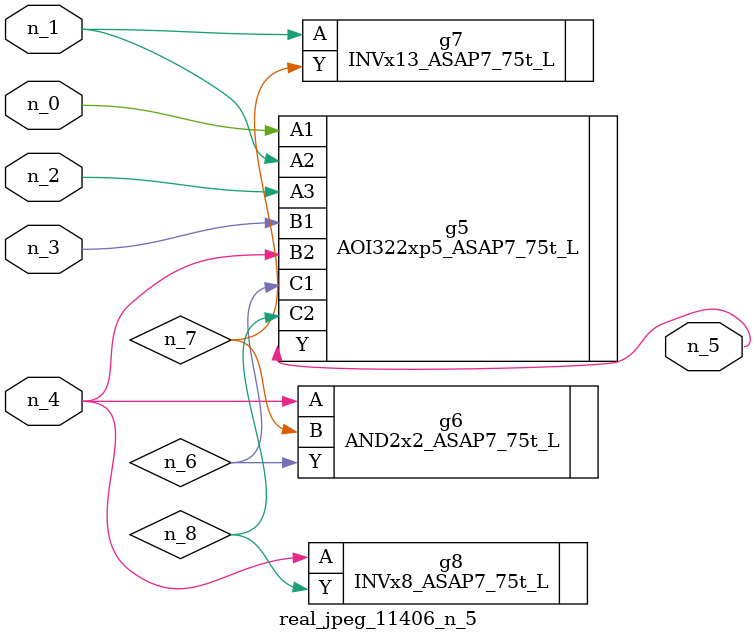
<source format=v>
module real_jpeg_11406_n_5 (n_4, n_0, n_1, n_2, n_3, n_5);

input n_4;
input n_0;
input n_1;
input n_2;
input n_3;

output n_5;

wire n_8;
wire n_6;
wire n_7;

AOI322xp5_ASAP7_75t_L g5 ( 
.A1(n_0),
.A2(n_1),
.A3(n_2),
.B1(n_3),
.B2(n_4),
.C1(n_6),
.C2(n_8),
.Y(n_5)
);

INVx13_ASAP7_75t_L g7 ( 
.A(n_1),
.Y(n_7)
);

AND2x2_ASAP7_75t_L g6 ( 
.A(n_4),
.B(n_7),
.Y(n_6)
);

INVx8_ASAP7_75t_L g8 ( 
.A(n_4),
.Y(n_8)
);


endmodule
</source>
